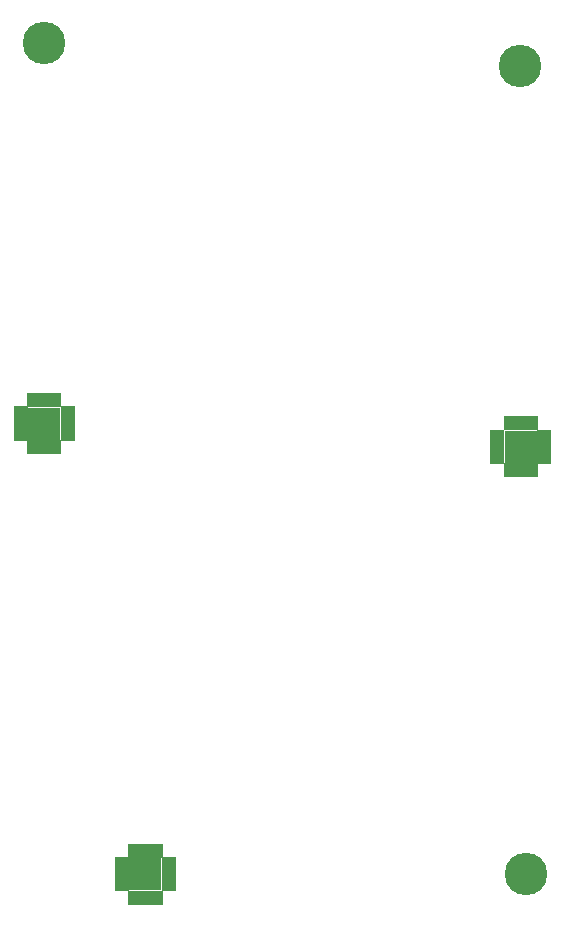
<source format=gbr>
G04 #@! TF.GenerationSoftware,KiCad,Pcbnew,(5.0.0-3-g5ebb6b6)*
G04 #@! TF.CreationDate,2019-09-09T21:31:56-07:00*
G04 #@! TF.ProjectId,panelizedpetr002,70616E656C697A656470657472303032,rev?*
G04 #@! TF.SameCoordinates,Original*
G04 #@! TF.FileFunction,Soldermask,Bot*
G04 #@! TF.FilePolarity,Negative*
%FSLAX46Y46*%
G04 Gerber Fmt 4.6, Leading zero omitted, Abs format (unit mm)*
G04 Created by KiCad (PCBNEW (5.0.0-3-g5ebb6b6)) date Monday, September 09, 2019 at 09:31:56 PM*
%MOMM*%
%LPD*%
G01*
G04 APERTURE LIST*
%ADD10R,1.200000X0.600000*%
%ADD11R,0.600000X1.200000*%
%ADD12R,2.750000X2.750000*%
%ADD13C,3.600000*%
G04 APERTURE END LIST*
D10*
G04 #@! TO.C,REF\002A\002A*
X72803000Y-73602700D03*
X72803000Y-73202700D03*
X72803000Y-72802700D03*
X72803000Y-72402700D03*
X72803000Y-72002700D03*
X72803000Y-71602700D03*
X72803000Y-71202700D03*
D11*
X73603000Y-70402700D03*
X74003000Y-70402700D03*
X74403000Y-70402700D03*
X74803000Y-70402700D03*
X75203000Y-70402700D03*
X75603000Y-70402700D03*
X76003000Y-70402700D03*
D10*
X76803000Y-71202700D03*
X76803000Y-71602700D03*
X76803000Y-72002700D03*
X76803000Y-72402700D03*
X76803000Y-72802700D03*
X76803000Y-73202700D03*
X76803000Y-73602700D03*
D11*
X76003000Y-74402700D03*
X75603000Y-74402700D03*
X75203000Y-74402700D03*
X74803000Y-74402700D03*
X74403000Y-74402700D03*
X74003000Y-74402700D03*
X73603000Y-74402700D03*
D12*
X74803000Y-72402700D03*
G04 #@! TD*
D13*
G04 #@! TO.C,REF\002A\002A*
X74752200Y-40170100D03*
G04 #@! TD*
D10*
G04 #@! TO.C,REF\002A\002A*
X113150900Y-75558500D03*
X113150900Y-75158500D03*
X113150900Y-74758500D03*
X113150900Y-74358500D03*
X113150900Y-73958500D03*
X113150900Y-73558500D03*
X113150900Y-73158500D03*
D11*
X113950900Y-72358500D03*
X114350900Y-72358500D03*
X114750900Y-72358500D03*
X115150900Y-72358500D03*
X115550900Y-72358500D03*
X115950900Y-72358500D03*
X116350900Y-72358500D03*
D10*
X117150900Y-73158500D03*
X117150900Y-73558500D03*
X117150900Y-73958500D03*
X117150900Y-74358500D03*
X117150900Y-74758500D03*
X117150900Y-75158500D03*
X117150900Y-75558500D03*
D11*
X116350900Y-76358500D03*
X115950900Y-76358500D03*
X115550900Y-76358500D03*
X115150900Y-76358500D03*
X114750900Y-76358500D03*
X114350900Y-76358500D03*
X113950900Y-76358500D03*
D12*
X115150900Y-74358500D03*
G04 #@! TD*
D13*
G04 #@! TO.C,REF\002A\002A*
X115100100Y-42125900D03*
G04 #@! TD*
D11*
G04 #@! TO.C,REF\002A\002A*
X82175500Y-108553500D03*
X82575500Y-108553500D03*
X82975500Y-108553500D03*
X83375500Y-108553500D03*
X83775500Y-108553500D03*
X84175500Y-108553500D03*
X84575500Y-108553500D03*
D10*
X85375500Y-109353500D03*
X85375500Y-109753500D03*
X85375500Y-110153500D03*
X85375500Y-110553500D03*
X85375500Y-110953500D03*
X85375500Y-111353500D03*
X85375500Y-111753500D03*
D11*
X84575500Y-112553500D03*
X84175500Y-112553500D03*
X83775500Y-112553500D03*
X83375500Y-112553500D03*
X82975500Y-112553500D03*
X82575500Y-112553500D03*
X82175500Y-112553500D03*
D10*
X81375500Y-111753500D03*
X81375500Y-111353500D03*
X81375500Y-110953500D03*
X81375500Y-110553500D03*
X81375500Y-110153500D03*
X81375500Y-109753500D03*
X81375500Y-109353500D03*
D12*
X83375500Y-110553500D03*
G04 #@! TD*
D13*
G04 #@! TO.C,REF\002A\002A*
X115608100Y-110502700D03*
G04 #@! TD*
M02*

</source>
